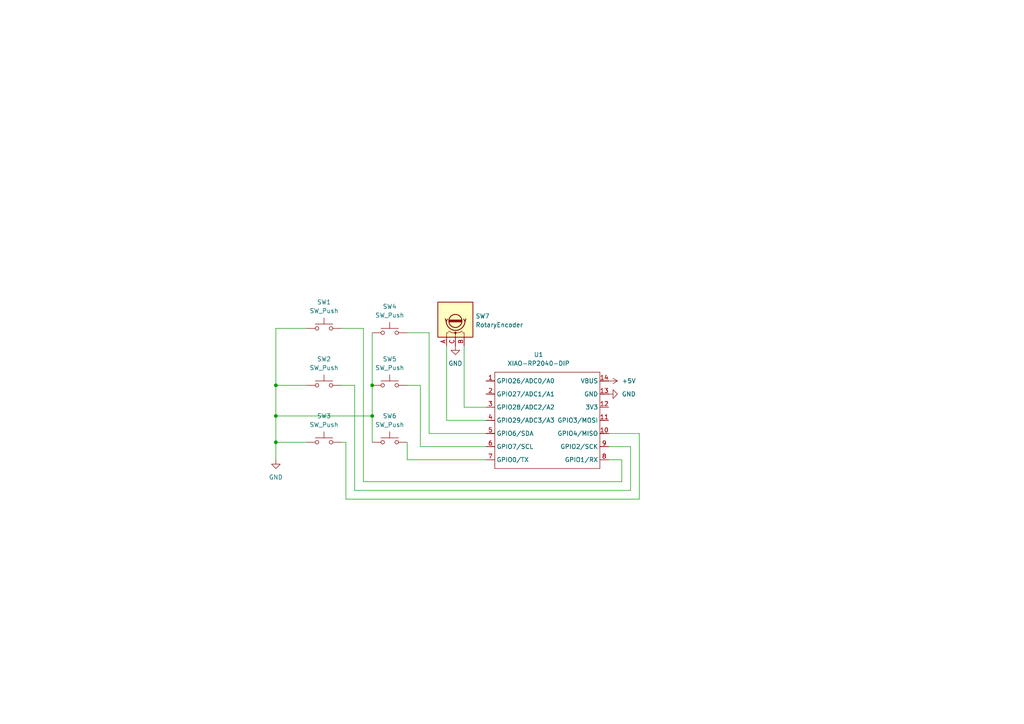
<source format=kicad_sch>
(kicad_sch
	(version 20250114)
	(generator "eeschema")
	(generator_version "9.0")
	(uuid "3523a12a-fb1d-4c0e-aa26-3c5b02e4633b")
	(paper "A4")
	(lib_symbols
		(symbol "Device:RotaryEncoder"
			(pin_names
				(offset 0.254)
				(hide yes)
			)
			(exclude_from_sim no)
			(in_bom yes)
			(on_board yes)
			(property "Reference" "SW"
				(at 0 6.604 0)
				(effects
					(font
						(size 1.27 1.27)
					)
				)
			)
			(property "Value" "RotaryEncoder"
				(at 0 -6.604 0)
				(effects
					(font
						(size 1.27 1.27)
					)
				)
			)
			(property "Footprint" ""
				(at -3.81 4.064 0)
				(effects
					(font
						(size 1.27 1.27)
					)
					(hide yes)
				)
			)
			(property "Datasheet" "~"
				(at 0 6.604 0)
				(effects
					(font
						(size 1.27 1.27)
					)
					(hide yes)
				)
			)
			(property "Description" "Rotary encoder, dual channel, incremental quadrate outputs"
				(at 0 0 0)
				(effects
					(font
						(size 1.27 1.27)
					)
					(hide yes)
				)
			)
			(property "ki_keywords" "rotary switch encoder"
				(at 0 0 0)
				(effects
					(font
						(size 1.27 1.27)
					)
					(hide yes)
				)
			)
			(property "ki_fp_filters" "RotaryEncoder*"
				(at 0 0 0)
				(effects
					(font
						(size 1.27 1.27)
					)
					(hide yes)
				)
			)
			(symbol "RotaryEncoder_0_1"
				(rectangle
					(start -5.08 5.08)
					(end 5.08 -5.08)
					(stroke
						(width 0.254)
						(type default)
					)
					(fill
						(type background)
					)
				)
				(polyline
					(pts
						(xy -5.08 2.54) (xy -3.81 2.54) (xy -3.81 2.032)
					)
					(stroke
						(width 0)
						(type default)
					)
					(fill
						(type none)
					)
				)
				(polyline
					(pts
						(xy -5.08 0) (xy -3.81 0) (xy -3.81 -1.016) (xy -3.302 -2.032)
					)
					(stroke
						(width 0)
						(type default)
					)
					(fill
						(type none)
					)
				)
				(polyline
					(pts
						(xy -5.08 -2.54) (xy -3.81 -2.54) (xy -3.81 -2.032)
					)
					(stroke
						(width 0)
						(type default)
					)
					(fill
						(type none)
					)
				)
				(polyline
					(pts
						(xy -4.318 0) (xy -3.81 0) (xy -3.81 1.016) (xy -3.302 2.032)
					)
					(stroke
						(width 0)
						(type default)
					)
					(fill
						(type none)
					)
				)
				(circle
					(center -3.81 0)
					(radius 0.254)
					(stroke
						(width 0)
						(type default)
					)
					(fill
						(type outline)
					)
				)
				(polyline
					(pts
						(xy -0.635 -1.778) (xy -0.635 1.778)
					)
					(stroke
						(width 0.254)
						(type default)
					)
					(fill
						(type none)
					)
				)
				(circle
					(center -0.381 0)
					(radius 1.905)
					(stroke
						(width 0.254)
						(type default)
					)
					(fill
						(type none)
					)
				)
				(polyline
					(pts
						(xy -0.381 -1.778) (xy -0.381 1.778)
					)
					(stroke
						(width 0.254)
						(type default)
					)
					(fill
						(type none)
					)
				)
				(arc
					(start -0.381 -2.794)
					(mid -3.0988 -0.0635)
					(end -0.381 2.667)
					(stroke
						(width 0.254)
						(type default)
					)
					(fill
						(type none)
					)
				)
				(polyline
					(pts
						(xy -0.127 1.778) (xy -0.127 -1.778)
					)
					(stroke
						(width 0.254)
						(type default)
					)
					(fill
						(type none)
					)
				)
				(polyline
					(pts
						(xy 0.254 2.921) (xy -0.508 2.667) (xy 0.127 2.286)
					)
					(stroke
						(width 0.254)
						(type default)
					)
					(fill
						(type none)
					)
				)
				(polyline
					(pts
						(xy 0.254 -3.048) (xy -0.508 -2.794) (xy 0.127 -2.413)
					)
					(stroke
						(width 0.254)
						(type default)
					)
					(fill
						(type none)
					)
				)
			)
			(symbol "RotaryEncoder_1_1"
				(pin passive line
					(at -7.62 2.54 0)
					(length 2.54)
					(name "A"
						(effects
							(font
								(size 1.27 1.27)
							)
						)
					)
					(number "A"
						(effects
							(font
								(size 1.27 1.27)
							)
						)
					)
				)
				(pin passive line
					(at -7.62 0 0)
					(length 2.54)
					(name "C"
						(effects
							(font
								(size 1.27 1.27)
							)
						)
					)
					(number "C"
						(effects
							(font
								(size 1.27 1.27)
							)
						)
					)
				)
				(pin passive line
					(at -7.62 -2.54 0)
					(length 2.54)
					(name "B"
						(effects
							(font
								(size 1.27 1.27)
							)
						)
					)
					(number "B"
						(effects
							(font
								(size 1.27 1.27)
							)
						)
					)
				)
			)
			(embedded_fonts no)
		)
		(symbol "Switch:SW_Push"
			(pin_numbers
				(hide yes)
			)
			(pin_names
				(offset 1.016)
				(hide yes)
			)
			(exclude_from_sim no)
			(in_bom yes)
			(on_board yes)
			(property "Reference" "SW"
				(at 1.27 2.54 0)
				(effects
					(font
						(size 1.27 1.27)
					)
					(justify left)
				)
			)
			(property "Value" "SW_Push"
				(at 0 -1.524 0)
				(effects
					(font
						(size 1.27 1.27)
					)
				)
			)
			(property "Footprint" ""
				(at 0 5.08 0)
				(effects
					(font
						(size 1.27 1.27)
					)
					(hide yes)
				)
			)
			(property "Datasheet" "~"
				(at 0 5.08 0)
				(effects
					(font
						(size 1.27 1.27)
					)
					(hide yes)
				)
			)
			(property "Description" "Push button switch, generic, two pins"
				(at 0 0 0)
				(effects
					(font
						(size 1.27 1.27)
					)
					(hide yes)
				)
			)
			(property "ki_keywords" "switch normally-open pushbutton push-button"
				(at 0 0 0)
				(effects
					(font
						(size 1.27 1.27)
					)
					(hide yes)
				)
			)
			(symbol "SW_Push_0_1"
				(circle
					(center -2.032 0)
					(radius 0.508)
					(stroke
						(width 0)
						(type default)
					)
					(fill
						(type none)
					)
				)
				(polyline
					(pts
						(xy 0 1.27) (xy 0 3.048)
					)
					(stroke
						(width 0)
						(type default)
					)
					(fill
						(type none)
					)
				)
				(circle
					(center 2.032 0)
					(radius 0.508)
					(stroke
						(width 0)
						(type default)
					)
					(fill
						(type none)
					)
				)
				(polyline
					(pts
						(xy 2.54 1.27) (xy -2.54 1.27)
					)
					(stroke
						(width 0)
						(type default)
					)
					(fill
						(type none)
					)
				)
				(pin passive line
					(at -5.08 0 0)
					(length 2.54)
					(name "1"
						(effects
							(font
								(size 1.27 1.27)
							)
						)
					)
					(number "1"
						(effects
							(font
								(size 1.27 1.27)
							)
						)
					)
				)
				(pin passive line
					(at 5.08 0 180)
					(length 2.54)
					(name "2"
						(effects
							(font
								(size 1.27 1.27)
							)
						)
					)
					(number "2"
						(effects
							(font
								(size 1.27 1.27)
							)
						)
					)
				)
			)
			(embedded_fonts no)
		)
		(symbol "power:+5V"
			(power)
			(pin_numbers
				(hide yes)
			)
			(pin_names
				(offset 0)
				(hide yes)
			)
			(exclude_from_sim no)
			(in_bom yes)
			(on_board yes)
			(property "Reference" "#PWR"
				(at 0 -3.81 0)
				(effects
					(font
						(size 1.27 1.27)
					)
					(hide yes)
				)
			)
			(property "Value" "+5V"
				(at 0 3.556 0)
				(effects
					(font
						(size 1.27 1.27)
					)
				)
			)
			(property "Footprint" ""
				(at 0 0 0)
				(effects
					(font
						(size 1.27 1.27)
					)
					(hide yes)
				)
			)
			(property "Datasheet" ""
				(at 0 0 0)
				(effects
					(font
						(size 1.27 1.27)
					)
					(hide yes)
				)
			)
			(property "Description" "Power symbol creates a global label with name \"+5V\""
				(at 0 0 0)
				(effects
					(font
						(size 1.27 1.27)
					)
					(hide yes)
				)
			)
			(property "ki_keywords" "global power"
				(at 0 0 0)
				(effects
					(font
						(size 1.27 1.27)
					)
					(hide yes)
				)
			)
			(symbol "+5V_0_1"
				(polyline
					(pts
						(xy -0.762 1.27) (xy 0 2.54)
					)
					(stroke
						(width 0)
						(type default)
					)
					(fill
						(type none)
					)
				)
				(polyline
					(pts
						(xy 0 2.54) (xy 0.762 1.27)
					)
					(stroke
						(width 0)
						(type default)
					)
					(fill
						(type none)
					)
				)
				(polyline
					(pts
						(xy 0 0) (xy 0 2.54)
					)
					(stroke
						(width 0)
						(type default)
					)
					(fill
						(type none)
					)
				)
			)
			(symbol "+5V_1_1"
				(pin power_in line
					(at 0 0 90)
					(length 0)
					(name "~"
						(effects
							(font
								(size 1.27 1.27)
							)
						)
					)
					(number "1"
						(effects
							(font
								(size 1.27 1.27)
							)
						)
					)
				)
			)
			(embedded_fonts no)
		)
		(symbol "power:GND"
			(power)
			(pin_numbers
				(hide yes)
			)
			(pin_names
				(offset 0)
				(hide yes)
			)
			(exclude_from_sim no)
			(in_bom yes)
			(on_board yes)
			(property "Reference" "#PWR"
				(at 0 -6.35 0)
				(effects
					(font
						(size 1.27 1.27)
					)
					(hide yes)
				)
			)
			(property "Value" "GND"
				(at 0 -3.81 0)
				(effects
					(font
						(size 1.27 1.27)
					)
				)
			)
			(property "Footprint" ""
				(at 0 0 0)
				(effects
					(font
						(size 1.27 1.27)
					)
					(hide yes)
				)
			)
			(property "Datasheet" ""
				(at 0 0 0)
				(effects
					(font
						(size 1.27 1.27)
					)
					(hide yes)
				)
			)
			(property "Description" "Power symbol creates a global label with name \"GND\" , ground"
				(at 0 0 0)
				(effects
					(font
						(size 1.27 1.27)
					)
					(hide yes)
				)
			)
			(property "ki_keywords" "global power"
				(at 0 0 0)
				(effects
					(font
						(size 1.27 1.27)
					)
					(hide yes)
				)
			)
			(symbol "GND_0_1"
				(polyline
					(pts
						(xy 0 0) (xy 0 -1.27) (xy 1.27 -1.27) (xy 0 -2.54) (xy -1.27 -1.27) (xy 0 -1.27)
					)
					(stroke
						(width 0)
						(type default)
					)
					(fill
						(type none)
					)
				)
			)
			(symbol "GND_1_1"
				(pin power_in line
					(at 0 0 270)
					(length 0)
					(name "~"
						(effects
							(font
								(size 1.27 1.27)
							)
						)
					)
					(number "1"
						(effects
							(font
								(size 1.27 1.27)
							)
						)
					)
				)
			)
			(embedded_fonts no)
		)
		(symbol "seeed:XIAO-RP2040-DIP"
			(exclude_from_sim no)
			(in_bom yes)
			(on_board yes)
			(property "Reference" "U"
				(at 0 0 0)
				(effects
					(font
						(size 1.27 1.27)
					)
				)
			)
			(property "Value" "XIAO-RP2040-DIP"
				(at 5.334 -1.778 0)
				(effects
					(font
						(size 1.27 1.27)
					)
				)
			)
			(property "Footprint" "Module:MOUDLE14P-XIAO-DIP-SMD"
				(at 14.478 -32.258 0)
				(effects
					(font
						(size 1.27 1.27)
					)
					(hide yes)
				)
			)
			(property "Datasheet" ""
				(at 0 0 0)
				(effects
					(font
						(size 1.27 1.27)
					)
					(hide yes)
				)
			)
			(property "Description" ""
				(at 0 0 0)
				(effects
					(font
						(size 1.27 1.27)
					)
					(hide yes)
				)
			)
			(symbol "XIAO-RP2040-DIP_1_0"
				(polyline
					(pts
						(xy -1.27 -2.54) (xy 29.21 -2.54)
					)
					(stroke
						(width 0.1524)
						(type solid)
					)
					(fill
						(type none)
					)
				)
				(polyline
					(pts
						(xy -1.27 -5.08) (xy -2.54 -5.08)
					)
					(stroke
						(width 0.1524)
						(type solid)
					)
					(fill
						(type none)
					)
				)
				(polyline
					(pts
						(xy -1.27 -5.08) (xy -1.27 -2.54)
					)
					(stroke
						(width 0.1524)
						(type solid)
					)
					(fill
						(type none)
					)
				)
				(polyline
					(pts
						(xy -1.27 -8.89) (xy -2.54 -8.89)
					)
					(stroke
						(width 0.1524)
						(type solid)
					)
					(fill
						(type none)
					)
				)
				(polyline
					(pts
						(xy -1.27 -8.89) (xy -1.27 -5.08)
					)
					(stroke
						(width 0.1524)
						(type solid)
					)
					(fill
						(type none)
					)
				)
				(polyline
					(pts
						(xy -1.27 -12.7) (xy -2.54 -12.7)
					)
					(stroke
						(width 0.1524)
						(type solid)
					)
					(fill
						(type none)
					)
				)
				(polyline
					(pts
						(xy -1.27 -12.7) (xy -1.27 -8.89)
					)
					(stroke
						(width 0.1524)
						(type solid)
					)
					(fill
						(type none)
					)
				)
				(polyline
					(pts
						(xy -1.27 -16.51) (xy -2.54 -16.51)
					)
					(stroke
						(width 0.1524)
						(type solid)
					)
					(fill
						(type none)
					)
				)
				(polyline
					(pts
						(xy -1.27 -16.51) (xy -1.27 -12.7)
					)
					(stroke
						(width 0.1524)
						(type solid)
					)
					(fill
						(type none)
					)
				)
				(polyline
					(pts
						(xy -1.27 -20.32) (xy -2.54 -20.32)
					)
					(stroke
						(width 0.1524)
						(type solid)
					)
					(fill
						(type none)
					)
				)
				(polyline
					(pts
						(xy -1.27 -24.13) (xy -2.54 -24.13)
					)
					(stroke
						(width 0.1524)
						(type solid)
					)
					(fill
						(type none)
					)
				)
				(polyline
					(pts
						(xy -1.27 -27.94) (xy -2.54 -27.94)
					)
					(stroke
						(width 0.1524)
						(type solid)
					)
					(fill
						(type none)
					)
				)
				(polyline
					(pts
						(xy -1.27 -30.48) (xy -1.27 -16.51)
					)
					(stroke
						(width 0.1524)
						(type solid)
					)
					(fill
						(type none)
					)
				)
				(polyline
					(pts
						(xy 29.21 -2.54) (xy 29.21 -5.08)
					)
					(stroke
						(width 0.1524)
						(type solid)
					)
					(fill
						(type none)
					)
				)
				(polyline
					(pts
						(xy 29.21 -5.08) (xy 29.21 -8.89)
					)
					(stroke
						(width 0.1524)
						(type solid)
					)
					(fill
						(type none)
					)
				)
				(polyline
					(pts
						(xy 29.21 -8.89) (xy 29.21 -12.7)
					)
					(stroke
						(width 0.1524)
						(type solid)
					)
					(fill
						(type none)
					)
				)
				(polyline
					(pts
						(xy 29.21 -12.7) (xy 29.21 -30.48)
					)
					(stroke
						(width 0.1524)
						(type solid)
					)
					(fill
						(type none)
					)
				)
				(polyline
					(pts
						(xy 29.21 -30.48) (xy -1.27 -30.48)
					)
					(stroke
						(width 0.1524)
						(type solid)
					)
					(fill
						(type none)
					)
				)
				(polyline
					(pts
						(xy 30.48 -5.08) (xy 29.21 -5.08)
					)
					(stroke
						(width 0.1524)
						(type solid)
					)
					(fill
						(type none)
					)
				)
				(polyline
					(pts
						(xy 30.48 -8.89) (xy 29.21 -8.89)
					)
					(stroke
						(width 0.1524)
						(type solid)
					)
					(fill
						(type none)
					)
				)
				(polyline
					(pts
						(xy 30.48 -12.7) (xy 29.21 -12.7)
					)
					(stroke
						(width 0.1524)
						(type solid)
					)
					(fill
						(type none)
					)
				)
				(polyline
					(pts
						(xy 30.48 -16.51) (xy 29.21 -16.51)
					)
					(stroke
						(width 0.1524)
						(type solid)
					)
					(fill
						(type none)
					)
				)
				(polyline
					(pts
						(xy 30.48 -20.32) (xy 29.21 -20.32)
					)
					(stroke
						(width 0.1524)
						(type solid)
					)
					(fill
						(type none)
					)
				)
				(polyline
					(pts
						(xy 30.48 -24.13) (xy 29.21 -24.13)
					)
					(stroke
						(width 0.1524)
						(type solid)
					)
					(fill
						(type none)
					)
				)
				(polyline
					(pts
						(xy 30.48 -27.94) (xy 29.21 -27.94)
					)
					(stroke
						(width 0.1524)
						(type solid)
					)
					(fill
						(type none)
					)
				)
				(pin passive line
					(at -3.81 -5.08 0)
					(length 2.54)
					(name "GPIO26/ADC0/A0"
						(effects
							(font
								(size 1.27 1.27)
							)
						)
					)
					(number "1"
						(effects
							(font
								(size 1.27 1.27)
							)
						)
					)
				)
				(pin passive line
					(at -3.81 -8.89 0)
					(length 2.54)
					(name "GPIO27/ADC1/A1"
						(effects
							(font
								(size 1.27 1.27)
							)
						)
					)
					(number "2"
						(effects
							(font
								(size 1.27 1.27)
							)
						)
					)
				)
				(pin passive line
					(at -3.81 -12.7 0)
					(length 2.54)
					(name "GPIO28/ADC2/A2"
						(effects
							(font
								(size 1.27 1.27)
							)
						)
					)
					(number "3"
						(effects
							(font
								(size 1.27 1.27)
							)
						)
					)
				)
				(pin passive line
					(at -3.81 -16.51 0)
					(length 2.54)
					(name "GPIO29/ADC3/A3"
						(effects
							(font
								(size 1.27 1.27)
							)
						)
					)
					(number "4"
						(effects
							(font
								(size 1.27 1.27)
							)
						)
					)
				)
				(pin passive line
					(at -3.81 -20.32 0)
					(length 2.54)
					(name "GPIO6/SDA"
						(effects
							(font
								(size 1.27 1.27)
							)
						)
					)
					(number "5"
						(effects
							(font
								(size 1.27 1.27)
							)
						)
					)
				)
				(pin passive line
					(at -3.81 -24.13 0)
					(length 2.54)
					(name "GPIO7/SCL"
						(effects
							(font
								(size 1.27 1.27)
							)
						)
					)
					(number "6"
						(effects
							(font
								(size 1.27 1.27)
							)
						)
					)
				)
				(pin passive line
					(at -3.81 -27.94 0)
					(length 2.54)
					(name "GPIO0/TX"
						(effects
							(font
								(size 1.27 1.27)
							)
						)
					)
					(number "7"
						(effects
							(font
								(size 1.27 1.27)
							)
						)
					)
				)
				(pin passive line
					(at 31.75 -5.08 180)
					(length 2.54)
					(name "VBUS"
						(effects
							(font
								(size 1.27 1.27)
							)
						)
					)
					(number "14"
						(effects
							(font
								(size 1.27 1.27)
							)
						)
					)
				)
				(pin passive line
					(at 31.75 -8.89 180)
					(length 2.54)
					(name "GND"
						(effects
							(font
								(size 1.27 1.27)
							)
						)
					)
					(number "13"
						(effects
							(font
								(size 1.27 1.27)
							)
						)
					)
				)
				(pin passive line
					(at 31.75 -12.7 180)
					(length 2.54)
					(name "3V3"
						(effects
							(font
								(size 1.27 1.27)
							)
						)
					)
					(number "12"
						(effects
							(font
								(size 1.27 1.27)
							)
						)
					)
				)
				(pin passive line
					(at 31.75 -16.51 180)
					(length 2.54)
					(name "GPIO3/MOSI"
						(effects
							(font
								(size 1.27 1.27)
							)
						)
					)
					(number "11"
						(effects
							(font
								(size 1.27 1.27)
							)
						)
					)
				)
				(pin passive line
					(at 31.75 -20.32 180)
					(length 2.54)
					(name "GPIO4/MISO"
						(effects
							(font
								(size 1.27 1.27)
							)
						)
					)
					(number "10"
						(effects
							(font
								(size 1.27 1.27)
							)
						)
					)
				)
				(pin passive line
					(at 31.75 -24.13 180)
					(length 2.54)
					(name "GPIO2/SCK"
						(effects
							(font
								(size 1.27 1.27)
							)
						)
					)
					(number "9"
						(effects
							(font
								(size 1.27 1.27)
							)
						)
					)
				)
				(pin passive line
					(at 31.75 -27.94 180)
					(length 2.54)
					(name "GPIO1/RX"
						(effects
							(font
								(size 1.27 1.27)
							)
						)
					)
					(number "8"
						(effects
							(font
								(size 1.27 1.27)
							)
						)
					)
				)
			)
			(embedded_fonts no)
		)
	)
	(junction
		(at 80.01 128.27)
		(diameter 0)
		(color 0 0 0 0)
		(uuid "0d597205-f20f-4d28-a01e-49c3673d4ae8")
	)
	(junction
		(at 80.01 120.65)
		(diameter 0)
		(color 0 0 0 0)
		(uuid "1d8c245a-457e-40eb-836a-a6121486f515")
	)
	(junction
		(at 107.95 120.65)
		(diameter 0)
		(color 0 0 0 0)
		(uuid "81f04870-c40f-4de4-bcee-2f18c9dfc6f1")
	)
	(junction
		(at 107.95 111.76)
		(diameter 0)
		(color 0 0 0 0)
		(uuid "c04e0fa7-2983-4480-a4c7-08a3011f01b2")
	)
	(junction
		(at 80.01 111.76)
		(diameter 0)
		(color 0 0 0 0)
		(uuid "d4109041-e968-4857-bd1f-3b16e27c1385")
	)
	(wire
		(pts
			(xy 80.01 120.65) (xy 80.01 111.76)
		)
		(stroke
			(width 0)
			(type default)
		)
		(uuid "0366a47f-329e-46ba-8942-5e8434f9fb0c")
	)
	(wire
		(pts
			(xy 185.42 144.78) (xy 185.42 125.73)
		)
		(stroke
			(width 0)
			(type default)
		)
		(uuid "068bba5a-4190-4838-845d-2e78c8984b74")
	)
	(wire
		(pts
			(xy 118.11 111.76) (xy 121.92 111.76)
		)
		(stroke
			(width 0)
			(type default)
		)
		(uuid "074ce338-1626-4c7c-86df-d6321746a0d1")
	)
	(wire
		(pts
			(xy 100.33 144.78) (xy 185.42 144.78)
		)
		(stroke
			(width 0)
			(type default)
		)
		(uuid "089b20f7-dcd4-48c4-9d7e-d483ed626ca3")
	)
	(wire
		(pts
			(xy 129.54 100.33) (xy 129.54 121.92)
		)
		(stroke
			(width 0)
			(type default)
		)
		(uuid "0d1bbcf0-ebe5-4b46-8a31-fb45c05476f3")
	)
	(wire
		(pts
			(xy 102.87 111.76) (xy 102.87 142.24)
		)
		(stroke
			(width 0)
			(type default)
		)
		(uuid "1893fc97-9502-4a0d-82d6-858d1a01eb85")
	)
	(wire
		(pts
			(xy 102.87 142.24) (xy 182.88 142.24)
		)
		(stroke
			(width 0)
			(type default)
		)
		(uuid "1c0eb0af-600b-4d30-9f7f-9dac705466b1")
	)
	(wire
		(pts
			(xy 100.33 128.27) (xy 100.33 144.78)
		)
		(stroke
			(width 0)
			(type default)
		)
		(uuid "228ea4a2-3771-4397-85dd-de6eed3e82fd")
	)
	(wire
		(pts
			(xy 176.53 125.73) (xy 185.42 125.73)
		)
		(stroke
			(width 0)
			(type default)
		)
		(uuid "23248c15-d2ce-4459-b955-136d3e475ee6")
	)
	(wire
		(pts
			(xy 105.41 139.7) (xy 180.34 139.7)
		)
		(stroke
			(width 0)
			(type default)
		)
		(uuid "2761687d-282a-423e-84ee-3906102d0310")
	)
	(wire
		(pts
			(xy 118.11 96.52) (xy 124.46 96.52)
		)
		(stroke
			(width 0)
			(type default)
		)
		(uuid "2d30fa0b-2deb-489a-92c9-c69b8cb6acde")
	)
	(wire
		(pts
			(xy 107.95 120.65) (xy 107.95 128.27)
		)
		(stroke
			(width 0)
			(type default)
		)
		(uuid "3993bddf-7623-43d3-8011-9b88109ac384")
	)
	(wire
		(pts
			(xy 176.53 129.54) (xy 182.88 129.54)
		)
		(stroke
			(width 0)
			(type default)
		)
		(uuid "3f97aeff-fea6-4497-a5a3-ac2506a34294")
	)
	(wire
		(pts
			(xy 99.06 128.27) (xy 100.33 128.27)
		)
		(stroke
			(width 0)
			(type default)
		)
		(uuid "435e9959-4043-4217-ba0d-e5583bd0d74a")
	)
	(wire
		(pts
			(xy 134.62 118.11) (xy 140.97 118.11)
		)
		(stroke
			(width 0)
			(type default)
		)
		(uuid "53ed9a7d-1bfe-488e-ac2e-862ce2b8d99c")
	)
	(wire
		(pts
			(xy 121.92 129.54) (xy 140.97 129.54)
		)
		(stroke
			(width 0)
			(type default)
		)
		(uuid "553c48dd-7dea-4dce-ac8c-c2d3694e9202")
	)
	(wire
		(pts
			(xy 124.46 125.73) (xy 140.97 125.73)
		)
		(stroke
			(width 0)
			(type default)
		)
		(uuid "6ac33916-ebfd-4713-8ecf-7d35c0f98f33")
	)
	(wire
		(pts
			(xy 107.95 96.52) (xy 107.95 111.76)
		)
		(stroke
			(width 0)
			(type default)
		)
		(uuid "7024a12e-a42c-4813-8ace-c1220a0994c5")
	)
	(wire
		(pts
			(xy 99.06 95.25) (xy 105.41 95.25)
		)
		(stroke
			(width 0)
			(type default)
		)
		(uuid "73b8143d-8346-4634-9d9c-cbb48971152a")
	)
	(wire
		(pts
			(xy 124.46 96.52) (xy 124.46 125.73)
		)
		(stroke
			(width 0)
			(type default)
		)
		(uuid "78b5a1f8-4ef2-4c4a-9a8e-dd052690572a")
	)
	(wire
		(pts
			(xy 118.11 133.35) (xy 140.97 133.35)
		)
		(stroke
			(width 0)
			(type default)
		)
		(uuid "8e65bdb1-6de5-45df-8f76-b681832f1a1a")
	)
	(wire
		(pts
			(xy 88.9 128.27) (xy 80.01 128.27)
		)
		(stroke
			(width 0)
			(type default)
		)
		(uuid "97845816-42a0-47a4-a68b-78da7153d29b")
	)
	(wire
		(pts
			(xy 121.92 111.76) (xy 121.92 129.54)
		)
		(stroke
			(width 0)
			(type default)
		)
		(uuid "9a5913de-5999-4a73-a29c-b4f5e879a409")
	)
	(wire
		(pts
			(xy 182.88 142.24) (xy 182.88 129.54)
		)
		(stroke
			(width 0)
			(type default)
		)
		(uuid "9c487c1b-30ee-4846-b0dc-1f4f1afec756")
	)
	(wire
		(pts
			(xy 80.01 95.25) (xy 88.9 95.25)
		)
		(stroke
			(width 0)
			(type default)
		)
		(uuid "ae77b79e-ea6b-43df-97c0-cf343f7a747c")
	)
	(wire
		(pts
			(xy 134.62 118.11) (xy 134.62 100.33)
		)
		(stroke
			(width 0)
			(type default)
		)
		(uuid "af1ea132-e98e-44c5-acb8-ffaacd6fba09")
	)
	(wire
		(pts
			(xy 107.95 111.76) (xy 107.95 120.65)
		)
		(stroke
			(width 0)
			(type default)
		)
		(uuid "bb08d6bd-1dc6-4d53-ae27-cc3af9670f04")
	)
	(wire
		(pts
			(xy 80.01 120.65) (xy 107.95 120.65)
		)
		(stroke
			(width 0)
			(type default)
		)
		(uuid "bf683671-93e4-4d7b-b381-b3f9fd810cd9")
	)
	(wire
		(pts
			(xy 118.11 128.27) (xy 118.11 133.35)
		)
		(stroke
			(width 0)
			(type default)
		)
		(uuid "d0bb1760-cb2d-4c01-8cd5-cf4223af3ae2")
	)
	(wire
		(pts
			(xy 80.01 111.76) (xy 88.9 111.76)
		)
		(stroke
			(width 0)
			(type default)
		)
		(uuid "d5ab4f9a-bc73-4a25-97d3-f966ca52890f")
	)
	(wire
		(pts
			(xy 80.01 128.27) (xy 80.01 120.65)
		)
		(stroke
			(width 0)
			(type default)
		)
		(uuid "d677b180-24c6-4923-b11b-2708784f315f")
	)
	(wire
		(pts
			(xy 180.34 139.7) (xy 180.34 133.35)
		)
		(stroke
			(width 0)
			(type default)
		)
		(uuid "d8c27a56-45f2-4149-8c1a-8f99dccef380")
	)
	(wire
		(pts
			(xy 99.06 111.76) (xy 102.87 111.76)
		)
		(stroke
			(width 0)
			(type default)
		)
		(uuid "dc3ba3ba-ef98-4650-a3d2-0bb77f7501c8")
	)
	(wire
		(pts
			(xy 80.01 128.27) (xy 80.01 133.35)
		)
		(stroke
			(width 0)
			(type default)
		)
		(uuid "e6a935a1-2ded-43e5-aefb-29058840f91b")
	)
	(wire
		(pts
			(xy 129.54 121.92) (xy 140.97 121.92)
		)
		(stroke
			(width 0)
			(type default)
		)
		(uuid "e8509d11-2d41-49aa-b6de-ceb972a72b09")
	)
	(wire
		(pts
			(xy 176.53 133.35) (xy 180.34 133.35)
		)
		(stroke
			(width 0)
			(type default)
		)
		(uuid "e95f6a22-fc9e-4d00-9002-3bf1f77de5f4")
	)
	(wire
		(pts
			(xy 105.41 95.25) (xy 105.41 139.7)
		)
		(stroke
			(width 0)
			(type default)
		)
		(uuid "ecc11043-b70b-4d52-801d-25d56d698e70")
	)
	(wire
		(pts
			(xy 80.01 111.76) (xy 80.01 95.25)
		)
		(stroke
			(width 0)
			(type default)
		)
		(uuid "f6dd1fb9-e0fe-4d7a-b691-81c59afc0dc4")
	)
	(symbol
		(lib_id "Switch:SW_Push")
		(at 93.98 111.76 0)
		(unit 1)
		(exclude_from_sim no)
		(in_bom yes)
		(on_board yes)
		(dnp no)
		(fields_autoplaced yes)
		(uuid "132d5cad-3da3-43fa-a96b-0af2eb30c5b3")
		(property "Reference" "SW2"
			(at 93.98 104.14 0)
			(effects
				(font
					(size 1.27 1.27)
				)
			)
		)
		(property "Value" "SW_Push"
			(at 93.98 106.68 0)
			(effects
				(font
					(size 1.27 1.27)
				)
			)
		)
		(property "Footprint" "Button_Switch_Keyboard:SW_Cherry_MX_1.00u_PCB"
			(at 93.98 106.68 0)
			(effects
				(font
					(size 1.27 1.27)
				)
				(hide yes)
			)
		)
		(property "Datasheet" "~"
			(at 93.98 106.68 0)
			(effects
				(font
					(size 1.27 1.27)
				)
				(hide yes)
			)
		)
		(property "Description" "Push button switch, generic, two pins"
			(at 93.98 111.76 0)
			(effects
				(font
					(size 1.27 1.27)
				)
				(hide yes)
			)
		)
		(pin "2"
			(uuid "fb459b26-5e2b-4fa7-9614-48755b5aff10")
		)
		(pin "1"
			(uuid "07213228-9ce2-4353-a1bf-76aebbcfac6d")
		)
		(instances
			(project ""
				(path "/3523a12a-fb1d-4c0e-aa26-3c5b02e4633b"
					(reference "SW2")
					(unit 1)
				)
			)
		)
	)
	(symbol
		(lib_id "power:GND")
		(at 80.01 133.35 0)
		(unit 1)
		(exclude_from_sim no)
		(in_bom yes)
		(on_board yes)
		(dnp no)
		(fields_autoplaced yes)
		(uuid "1ce43a2e-b771-4d67-96ad-3ca4e001a9fe")
		(property "Reference" "#PWR01"
			(at 80.01 139.7 0)
			(effects
				(font
					(size 1.27 1.27)
				)
				(hide yes)
			)
		)
		(property "Value" "GND"
			(at 80.01 138.43 0)
			(effects
				(font
					(size 1.27 1.27)
				)
			)
		)
		(property "Footprint" ""
			(at 80.01 133.35 0)
			(effects
				(font
					(size 1.27 1.27)
				)
				(hide yes)
			)
		)
		(property "Datasheet" ""
			(at 80.01 133.35 0)
			(effects
				(font
					(size 1.27 1.27)
				)
				(hide yes)
			)
		)
		(property "Description" "Power symbol creates a global label with name \"GND\" , ground"
			(at 80.01 133.35 0)
			(effects
				(font
					(size 1.27 1.27)
				)
				(hide yes)
			)
		)
		(pin "1"
			(uuid "8264daee-6094-4738-b057-db298df13cb6")
		)
		(instances
			(project ""
				(path "/3523a12a-fb1d-4c0e-aa26-3c5b02e4633b"
					(reference "#PWR01")
					(unit 1)
				)
			)
		)
	)
	(symbol
		(lib_id "power:+5V")
		(at 176.53 110.49 270)
		(unit 1)
		(exclude_from_sim no)
		(in_bom yes)
		(on_board yes)
		(dnp no)
		(fields_autoplaced yes)
		(uuid "45d1fc67-9820-4ecc-9380-742963ace7f6")
		(property "Reference" "#PWR02"
			(at 172.72 110.49 0)
			(effects
				(font
					(size 1.27 1.27)
				)
				(hide yes)
			)
		)
		(property "Value" "+5V"
			(at 180.34 110.4899 90)
			(effects
				(font
					(size 1.27 1.27)
				)
				(justify left)
			)
		)
		(property "Footprint" ""
			(at 176.53 110.49 0)
			(effects
				(font
					(size 1.27 1.27)
				)
				(hide yes)
			)
		)
		(property "Datasheet" ""
			(at 176.53 110.49 0)
			(effects
				(font
					(size 1.27 1.27)
				)
				(hide yes)
			)
		)
		(property "Description" "Power symbol creates a global label with name \"+5V\""
			(at 176.53 110.49 0)
			(effects
				(font
					(size 1.27 1.27)
				)
				(hide yes)
			)
		)
		(pin "1"
			(uuid "9243c6c3-86c3-4413-880f-c57aac1d1ad2")
		)
		(instances
			(project ""
				(path "/3523a12a-fb1d-4c0e-aa26-3c5b02e4633b"
					(reference "#PWR02")
					(unit 1)
				)
			)
		)
	)
	(symbol
		(lib_id "Switch:SW_Push")
		(at 93.98 128.27 0)
		(unit 1)
		(exclude_from_sim no)
		(in_bom yes)
		(on_board yes)
		(dnp no)
		(fields_autoplaced yes)
		(uuid "4f488f7d-8b9d-4ceb-b123-78992829b911")
		(property "Reference" "SW3"
			(at 93.98 120.65 0)
			(effects
				(font
					(size 1.27 1.27)
				)
			)
		)
		(property "Value" "SW_Push"
			(at 93.98 123.19 0)
			(effects
				(font
					(size 1.27 1.27)
				)
			)
		)
		(property "Footprint" "Button_Switch_Keyboard:SW_Cherry_MX_1.00u_PCB"
			(at 93.98 123.19 0)
			(effects
				(font
					(size 1.27 1.27)
				)
				(hide yes)
			)
		)
		(property "Datasheet" "~"
			(at 93.98 123.19 0)
			(effects
				(font
					(size 1.27 1.27)
				)
				(hide yes)
			)
		)
		(property "Description" "Push button switch, generic, two pins"
			(at 93.98 128.27 0)
			(effects
				(font
					(size 1.27 1.27)
				)
				(hide yes)
			)
		)
		(pin "1"
			(uuid "6a28fe52-ec26-40de-952d-b0d32bb58984")
		)
		(pin "2"
			(uuid "37361ab6-c405-4f48-a8fb-efd5fa7d69e0")
		)
		(instances
			(project ""
				(path "/3523a12a-fb1d-4c0e-aa26-3c5b02e4633b"
					(reference "SW3")
					(unit 1)
				)
			)
		)
	)
	(symbol
		(lib_id "Switch:SW_Push")
		(at 93.98 95.25 0)
		(unit 1)
		(exclude_from_sim no)
		(in_bom yes)
		(on_board yes)
		(dnp no)
		(fields_autoplaced yes)
		(uuid "5bd4e955-d3cc-4052-9739-d698217825d4")
		(property "Reference" "SW1"
			(at 93.98 87.63 0)
			(effects
				(font
					(size 1.27 1.27)
				)
			)
		)
		(property "Value" "SW_Push"
			(at 93.98 90.17 0)
			(effects
				(font
					(size 1.27 1.27)
				)
			)
		)
		(property "Footprint" "Button_Switch_Keyboard:SW_Cherry_MX_1.00u_PCB"
			(at 93.98 90.17 0)
			(effects
				(font
					(size 1.27 1.27)
				)
				(hide yes)
			)
		)
		(property "Datasheet" "~"
			(at 93.98 90.17 0)
			(effects
				(font
					(size 1.27 1.27)
				)
				(hide yes)
			)
		)
		(property "Description" "Push button switch, generic, two pins"
			(at 93.98 95.25 0)
			(effects
				(font
					(size 1.27 1.27)
				)
				(hide yes)
			)
		)
		(pin "1"
			(uuid "8f769962-2485-4127-a446-11da27512c38")
		)
		(pin "2"
			(uuid "33f912ec-607d-481f-9618-32a5531a59bd")
		)
		(instances
			(project ""
				(path "/3523a12a-fb1d-4c0e-aa26-3c5b02e4633b"
					(reference "SW1")
					(unit 1)
				)
			)
		)
	)
	(symbol
		(lib_id "Switch:SW_Push")
		(at 113.03 111.76 0)
		(unit 1)
		(exclude_from_sim no)
		(in_bom yes)
		(on_board yes)
		(dnp no)
		(fields_autoplaced yes)
		(uuid "63106f74-b3e2-4910-9a33-7fdce0b7db04")
		(property "Reference" "SW5"
			(at 113.03 104.14 0)
			(effects
				(font
					(size 1.27 1.27)
				)
			)
		)
		(property "Value" "SW_Push"
			(at 113.03 106.68 0)
			(effects
				(font
					(size 1.27 1.27)
				)
			)
		)
		(property "Footprint" "Button_Switch_Keyboard:SW_Cherry_MX_1.00u_PCB"
			(at 113.03 106.68 0)
			(effects
				(font
					(size 1.27 1.27)
				)
				(hide yes)
			)
		)
		(property "Datasheet" "~"
			(at 113.03 106.68 0)
			(effects
				(font
					(size 1.27 1.27)
				)
				(hide yes)
			)
		)
		(property "Description" "Push button switch, generic, two pins"
			(at 113.03 111.76 0)
			(effects
				(font
					(size 1.27 1.27)
				)
				(hide yes)
			)
		)
		(pin "1"
			(uuid "b91311cc-cec5-44e0-9287-dae052a0103a")
		)
		(pin "2"
			(uuid "80af0ecf-eb9c-4f24-97db-8755a9fb4f7b")
		)
		(instances
			(project ""
				(path "/3523a12a-fb1d-4c0e-aa26-3c5b02e4633b"
					(reference "SW5")
					(unit 1)
				)
			)
		)
	)
	(symbol
		(lib_id "Device:RotaryEncoder")
		(at 132.08 92.71 90)
		(unit 1)
		(exclude_from_sim no)
		(in_bom yes)
		(on_board yes)
		(dnp no)
		(uuid "79cbb56f-b91b-4a61-b771-375d36591a35")
		(property "Reference" "SW7"
			(at 137.922 91.694 90)
			(effects
				(font
					(size 1.27 1.27)
				)
				(justify right)
			)
		)
		(property "Value" "RotaryEncoder"
			(at 137.922 94.234 90)
			(effects
				(font
					(size 1.27 1.27)
				)
				(justify right)
			)
		)
		(property "Footprint" "Rotary_Encoder:RotaryEncoder_Alps_EC11E_Vertical_H20mm"
			(at 128.016 96.52 0)
			(effects
				(font
					(size 1.27 1.27)
				)
				(hide yes)
			)
		)
		(property "Datasheet" "~"
			(at 125.476 92.71 0)
			(effects
				(font
					(size 1.27 1.27)
				)
				(hide yes)
			)
		)
		(property "Description" "Rotary encoder, dual channel, incremental quadrate outputs"
			(at 132.08 92.71 0)
			(effects
				(font
					(size 1.27 1.27)
				)
				(hide yes)
			)
		)
		(pin "A"
			(uuid "a0c0a3b1-a336-42fa-bd65-ed37c6a4fd43")
		)
		(pin "C"
			(uuid "27b882fb-0f03-4061-ba11-5a3425b6c6f2")
		)
		(pin "B"
			(uuid "c3787897-666a-44f6-931e-db3d4e0ae6b0")
		)
		(instances
			(project ""
				(path "/3523a12a-fb1d-4c0e-aa26-3c5b02e4633b"
					(reference "SW7")
					(unit 1)
				)
			)
		)
	)
	(symbol
		(lib_id "Switch:SW_Push")
		(at 113.03 128.27 0)
		(unit 1)
		(exclude_from_sim no)
		(in_bom yes)
		(on_board yes)
		(dnp no)
		(fields_autoplaced yes)
		(uuid "93a97a09-6a24-4dc6-8c2a-18d9e8cb8216")
		(property "Reference" "SW6"
			(at 113.03 120.65 0)
			(effects
				(font
					(size 1.27 1.27)
				)
			)
		)
		(property "Value" "SW_Push"
			(at 113.03 123.19 0)
			(effects
				(font
					(size 1.27 1.27)
				)
			)
		)
		(property "Footprint" "Button_Switch_Keyboard:SW_Cherry_MX_1.00u_PCB"
			(at 113.03 123.19 0)
			(effects
				(font
					(size 1.27 1.27)
				)
				(hide yes)
			)
		)
		(property "Datasheet" "~"
			(at 113.03 123.19 0)
			(effects
				(font
					(size 1.27 1.27)
				)
				(hide yes)
			)
		)
		(property "Description" "Push button switch, generic, two pins"
			(at 113.03 128.27 0)
			(effects
				(font
					(size 1.27 1.27)
				)
				(hide yes)
			)
		)
		(pin "1"
			(uuid "ccd244d4-78a9-48b1-bb0c-52f6b1a1c31e")
		)
		(pin "2"
			(uuid "b3be0e3a-5503-41cc-9b10-c5a1a39e5496")
		)
		(instances
			(project ""
				(path "/3523a12a-fb1d-4c0e-aa26-3c5b02e4633b"
					(reference "SW6")
					(unit 1)
				)
			)
		)
	)
	(symbol
		(lib_id "seeed:XIAO-RP2040-DIP")
		(at 144.78 105.41 0)
		(unit 1)
		(exclude_from_sim no)
		(in_bom yes)
		(on_board yes)
		(dnp no)
		(uuid "c6caa62f-2997-4929-899a-dce0ebec04d1")
		(property "Reference" "U1"
			(at 156.21 102.87 0)
			(effects
				(font
					(size 1.27 1.27)
				)
			)
		)
		(property "Value" "XIAO-RP2040-DIP"
			(at 156.21 105.41 0)
			(effects
				(font
					(size 1.27 1.27)
				)
			)
		)
		(property "Footprint" "OPL:XIAO-RP2040-DIP"
			(at 159.258 137.668 0)
			(effects
				(font
					(size 1.27 1.27)
				)
				(hide yes)
			)
		)
		(property "Datasheet" ""
			(at 144.78 105.41 0)
			(effects
				(font
					(size 1.27 1.27)
				)
				(hide yes)
			)
		)
		(property "Description" ""
			(at 144.78 105.41 0)
			(effects
				(font
					(size 1.27 1.27)
				)
				(hide yes)
			)
		)
		(pin "4"
			(uuid "56cd8cc6-8ab4-43fc-af2f-34cc26e6eb90")
		)
		(pin "11"
			(uuid "99e15450-6749-4671-9536-7d80d518af3b")
		)
		(pin "1"
			(uuid "d5306871-e851-4c5b-bc86-9dbe265adb9c")
		)
		(pin "6"
			(uuid "db64c4e2-f4a5-430e-827a-93399716e434")
		)
		(pin "7"
			(uuid "dd315250-6fa3-4153-9c94-d880accd688d")
		)
		(pin "3"
			(uuid "707f12fa-9682-4659-ac9e-55f6d1ee9a52")
		)
		(pin "5"
			(uuid "d211ef9c-8e4d-48d4-8e59-fb2a0a4153eb")
		)
		(pin "13"
			(uuid "3f5cc966-83b3-4547-8de3-ad44dddb15ad")
		)
		(pin "12"
			(uuid "5cea1594-1fff-4cd5-8b02-45201c9dc4ca")
		)
		(pin "2"
			(uuid "d79c4c12-dbd3-4609-b921-9b3cf790507c")
		)
		(pin "14"
			(uuid "83fad2de-7f5b-43f6-b001-2d88e6828a60")
		)
		(pin "10"
			(uuid "d077b2a8-f5db-47ed-8cd6-214e1d7368dd")
		)
		(pin "8"
			(uuid "510483f3-dd50-4692-8459-aa63cc7e006b")
		)
		(pin "9"
			(uuid "e80403b3-bfed-446f-b285-f579c8ed97ce")
		)
		(instances
			(project ""
				(path "/3523a12a-fb1d-4c0e-aa26-3c5b02e4633b"
					(reference "U1")
					(unit 1)
				)
			)
		)
	)
	(symbol
		(lib_id "power:GND")
		(at 132.08 100.33 0)
		(unit 1)
		(exclude_from_sim no)
		(in_bom yes)
		(on_board yes)
		(dnp no)
		(fields_autoplaced yes)
		(uuid "d31cd09a-329a-4c12-bb35-29c129bf0476")
		(property "Reference" "#PWR05"
			(at 132.08 106.68 0)
			(effects
				(font
					(size 1.27 1.27)
				)
				(hide yes)
			)
		)
		(property "Value" "GND"
			(at 132.08 105.41 0)
			(effects
				(font
					(size 1.27 1.27)
				)
			)
		)
		(property "Footprint" ""
			(at 132.08 100.33 0)
			(effects
				(font
					(size 1.27 1.27)
				)
				(hide yes)
			)
		)
		(property "Datasheet" ""
			(at 132.08 100.33 0)
			(effects
				(font
					(size 1.27 1.27)
				)
				(hide yes)
			)
		)
		(property "Description" "Power symbol creates a global label with name \"GND\" , ground"
			(at 132.08 100.33 0)
			(effects
				(font
					(size 1.27 1.27)
				)
				(hide yes)
			)
		)
		(pin "1"
			(uuid "39c62196-8af4-4a34-9420-0371e01a6974")
		)
		(instances
			(project ""
				(path "/3523a12a-fb1d-4c0e-aa26-3c5b02e4633b"
					(reference "#PWR05")
					(unit 1)
				)
			)
		)
	)
	(symbol
		(lib_id "Switch:SW_Push")
		(at 113.03 96.52 0)
		(unit 1)
		(exclude_from_sim no)
		(in_bom yes)
		(on_board yes)
		(dnp no)
		(fields_autoplaced yes)
		(uuid "f29c4836-1dc0-4405-a4f4-2584d62efba6")
		(property "Reference" "SW4"
			(at 113.03 88.9 0)
			(effects
				(font
					(size 1.27 1.27)
				)
			)
		)
		(property "Value" "SW_Push"
			(at 113.03 91.44 0)
			(effects
				(font
					(size 1.27 1.27)
				)
			)
		)
		(property "Footprint" "Button_Switch_Keyboard:SW_Cherry_MX_1.00u_PCB"
			(at 113.03 91.44 0)
			(effects
				(font
					(size 1.27 1.27)
				)
				(hide yes)
			)
		)
		(property "Datasheet" "~"
			(at 113.03 91.44 0)
			(effects
				(font
					(size 1.27 1.27)
				)
				(hide yes)
			)
		)
		(property "Description" "Push button switch, generic, two pins"
			(at 113.03 96.52 0)
			(effects
				(font
					(size 1.27 1.27)
				)
				(hide yes)
			)
		)
		(pin "2"
			(uuid "34422a57-839a-4420-9026-a7da62c054d7")
		)
		(pin "1"
			(uuid "13fa11fb-79d0-4e80-b25b-e332489d896d")
		)
		(instances
			(project ""
				(path "/3523a12a-fb1d-4c0e-aa26-3c5b02e4633b"
					(reference "SW4")
					(unit 1)
				)
			)
		)
	)
	(symbol
		(lib_id "power:GND")
		(at 176.53 114.3 90)
		(unit 1)
		(exclude_from_sim no)
		(in_bom yes)
		(on_board yes)
		(dnp no)
		(fields_autoplaced yes)
		(uuid "f946c47b-73cc-4852-b8c4-06fcd7452b1f")
		(property "Reference" "#PWR03"
			(at 182.88 114.3 0)
			(effects
				(font
					(size 1.27 1.27)
				)
				(hide yes)
			)
		)
		(property "Value" "GND"
			(at 180.34 114.2999 90)
			(effects
				(font
					(size 1.27 1.27)
				)
				(justify right)
			)
		)
		(property "Footprint" ""
			(at 176.53 114.3 0)
			(effects
				(font
					(size 1.27 1.27)
				)
				(hide yes)
			)
		)
		(property "Datasheet" ""
			(at 176.53 114.3 0)
			(effects
				(font
					(size 1.27 1.27)
				)
				(hide yes)
			)
		)
		(property "Description" "Power symbol creates a global label with name \"GND\" , ground"
			(at 176.53 114.3 0)
			(effects
				(font
					(size 1.27 1.27)
				)
				(hide yes)
			)
		)
		(pin "1"
			(uuid "1f195f56-0013-44c9-85d3-5fd1495bdc10")
		)
		(instances
			(project ""
				(path "/3523a12a-fb1d-4c0e-aa26-3c5b02e4633b"
					(reference "#PWR03")
					(unit 1)
				)
			)
		)
	)
	(sheet_instances
		(path "/"
			(page "1")
		)
	)
	(embedded_fonts no)
)

</source>
